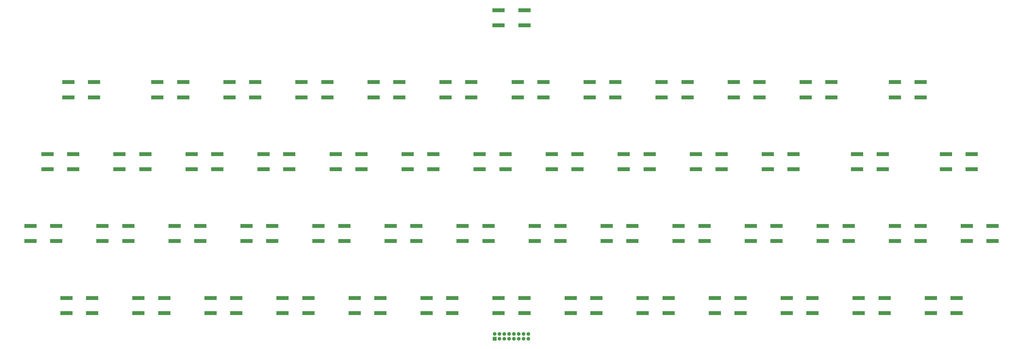
<source format=gbs>
G04 #@! TF.GenerationSoftware,KiCad,Pcbnew,(5.1.10)-1*
G04 #@! TF.CreationDate,2022-07-15T10:43:49-04:00*
G04 #@! TF.ProjectId,CoCo2SwitchBoard,436f436f-3253-4776-9974-6368426f6172,1.0*
G04 #@! TF.SameCoordinates,Original*
G04 #@! TF.FileFunction,Soldermask,Bot*
G04 #@! TF.FilePolarity,Negative*
%FSLAX46Y46*%
G04 Gerber Fmt 4.6, Leading zero omitted, Abs format (unit mm)*
G04 Created by KiCad (PCBNEW (5.1.10)-1) date 2022-07-15 10:43:49*
%MOMM*%
%LPD*%
G01*
G04 APERTURE LIST*
%ADD10O,1.000000X1.000000*%
%ADD11R,1.000000X1.000000*%
%ADD12R,3.200000X1.000000*%
G04 APERTURE END LIST*
D10*
X144449800Y-2030000D03*
X144449800Y-3300000D03*
X143179800Y-2030000D03*
X143179800Y-3300000D03*
X141909800Y-2030000D03*
X141909800Y-3300000D03*
X140639800Y-2030000D03*
X140639800Y-3300000D03*
X139369800Y-2030000D03*
X139369800Y-3300000D03*
X138099800Y-2030000D03*
X138099800Y-3300000D03*
X136829800Y-2030000D03*
X136829800Y-3300000D03*
X135559800Y-2030000D03*
D11*
X135559800Y-3300000D03*
D12*
X167400000Y64500000D03*
X160600000Y64500000D03*
X160600000Y60500000D03*
X167400000Y60500000D03*
X247900000Y64500000D03*
X241100000Y64500000D03*
X241100000Y60500000D03*
X247900000Y60500000D03*
X29900000Y64500000D03*
X23100000Y64500000D03*
X23100000Y60500000D03*
X29900000Y60500000D03*
X224400000Y64500000D03*
X217600000Y64500000D03*
X217600000Y60500000D03*
X224400000Y60500000D03*
X143400000Y7500000D03*
X136600000Y7500000D03*
X136600000Y3500000D03*
X143400000Y3500000D03*
X143400000Y83500000D03*
X136600000Y83500000D03*
X136600000Y79500000D03*
X143400000Y79500000D03*
X57900000Y26500000D03*
X51100000Y26500000D03*
X51100000Y22500000D03*
X57900000Y22500000D03*
X190900000Y26500000D03*
X184100000Y26500000D03*
X184100000Y22500000D03*
X190900000Y22500000D03*
X119400000Y45500000D03*
X112600000Y45500000D03*
X112600000Y41500000D03*
X119400000Y41500000D03*
X205400000Y64500000D03*
X198600000Y64500000D03*
X198600000Y60500000D03*
X205400000Y60500000D03*
X124400000Y7500000D03*
X117600000Y7500000D03*
X117600000Y3500000D03*
X124400000Y3500000D03*
X266900000Y26500000D03*
X260100000Y26500000D03*
X260100000Y22500000D03*
X266900000Y22500000D03*
X110400000Y64500000D03*
X103600000Y64500000D03*
X103600000Y60500000D03*
X110400000Y60500000D03*
X148400000Y64500000D03*
X141600000Y64500000D03*
X141600000Y60500000D03*
X148400000Y60500000D03*
X100400000Y45500000D03*
X93600000Y45500000D03*
X93600000Y41500000D03*
X100400000Y41500000D03*
X238400000Y7500000D03*
X231600000Y7500000D03*
X231600000Y3500000D03*
X238400000Y3500000D03*
X105400000Y7500000D03*
X98600000Y7500000D03*
X98600000Y3500000D03*
X105400000Y3500000D03*
X247900000Y26500000D03*
X241100000Y26500000D03*
X241100000Y22500000D03*
X247900000Y22500000D03*
X152900000Y26500000D03*
X146100000Y26500000D03*
X146100000Y22500000D03*
X152900000Y22500000D03*
X76900000Y26500000D03*
X70100000Y26500000D03*
X70100000Y22500000D03*
X76900000Y22500000D03*
X186400000Y64500000D03*
X179600000Y64500000D03*
X179600000Y60500000D03*
X186400000Y60500000D03*
X86400000Y7500000D03*
X79600000Y7500000D03*
X79600000Y3500000D03*
X86400000Y3500000D03*
X24400000Y45500000D03*
X17600000Y45500000D03*
X17600000Y41500000D03*
X24400000Y41500000D03*
X114900000Y26500000D03*
X108100000Y26500000D03*
X108100000Y22500000D03*
X114900000Y22500000D03*
X195400000Y45500000D03*
X188600000Y45500000D03*
X188600000Y41500000D03*
X195400000Y41500000D03*
X81400000Y45500000D03*
X74600000Y45500000D03*
X74600000Y41500000D03*
X81400000Y41500000D03*
X214400000Y45500000D03*
X207600000Y45500000D03*
X207600000Y41500000D03*
X214400000Y41500000D03*
X67400000Y7500000D03*
X60600000Y7500000D03*
X60600000Y3500000D03*
X67400000Y3500000D03*
X19900000Y26500000D03*
X13100000Y26500000D03*
X13100000Y22500000D03*
X19900000Y22500000D03*
X62400000Y45500000D03*
X55600000Y45500000D03*
X55600000Y41500000D03*
X62400000Y41500000D03*
X176400000Y45500000D03*
X169600000Y45500000D03*
X169600000Y41500000D03*
X176400000Y41500000D03*
X91400000Y64500000D03*
X84600000Y64500000D03*
X84600000Y60500000D03*
X91400000Y60500000D03*
X257400000Y7500000D03*
X250600000Y7500000D03*
X250600000Y3500000D03*
X257400000Y3500000D03*
X219400000Y7500000D03*
X212600000Y7500000D03*
X212600000Y3500000D03*
X219400000Y3500000D03*
X48400000Y7500000D03*
X41600000Y7500000D03*
X41600000Y3500000D03*
X48400000Y3500000D03*
X53400000Y64500000D03*
X46600000Y64500000D03*
X46600000Y60500000D03*
X53400000Y60500000D03*
X95900000Y26500000D03*
X89100000Y26500000D03*
X89100000Y22500000D03*
X95900000Y22500000D03*
X157400000Y45500000D03*
X150600000Y45500000D03*
X150600000Y41500000D03*
X157400000Y41500000D03*
X129400000Y64500000D03*
X122600000Y64500000D03*
X122600000Y60500000D03*
X129400000Y60500000D03*
X261400000Y45500000D03*
X254600000Y45500000D03*
X254600000Y41500000D03*
X261400000Y41500000D03*
X181400000Y7500000D03*
X174600000Y7500000D03*
X174600000Y3500000D03*
X181400000Y3500000D03*
X29400000Y7500000D03*
X22600000Y7500000D03*
X22600000Y3500000D03*
X29400000Y3500000D03*
X133900000Y26500000D03*
X127100000Y26500000D03*
X127100000Y22500000D03*
X133900000Y22500000D03*
X38900000Y26500000D03*
X32100000Y26500000D03*
X32100000Y22500000D03*
X38900000Y22500000D03*
X171900000Y26500000D03*
X165100000Y26500000D03*
X165100000Y22500000D03*
X171900000Y22500000D03*
X43400000Y45500000D03*
X36600000Y45500000D03*
X36600000Y41500000D03*
X43400000Y41500000D03*
X237900000Y45500000D03*
X231100000Y45500000D03*
X231100000Y41500000D03*
X237900000Y41500000D03*
X162400000Y7500000D03*
X155600000Y7500000D03*
X155600000Y3500000D03*
X162400000Y3500000D03*
X200400000Y7500000D03*
X193600000Y7500000D03*
X193600000Y3500000D03*
X200400000Y3500000D03*
X72400000Y64500000D03*
X65600000Y64500000D03*
X65600000Y60500000D03*
X72400000Y60500000D03*
X209900000Y26500000D03*
X203100000Y26500000D03*
X203100000Y22500000D03*
X209900000Y22500000D03*
X138400000Y45500000D03*
X131600000Y45500000D03*
X131600000Y41500000D03*
X138400000Y41500000D03*
X228900000Y26500000D03*
X222100000Y26500000D03*
X222100000Y22500000D03*
X228900000Y22500000D03*
M02*

</source>
